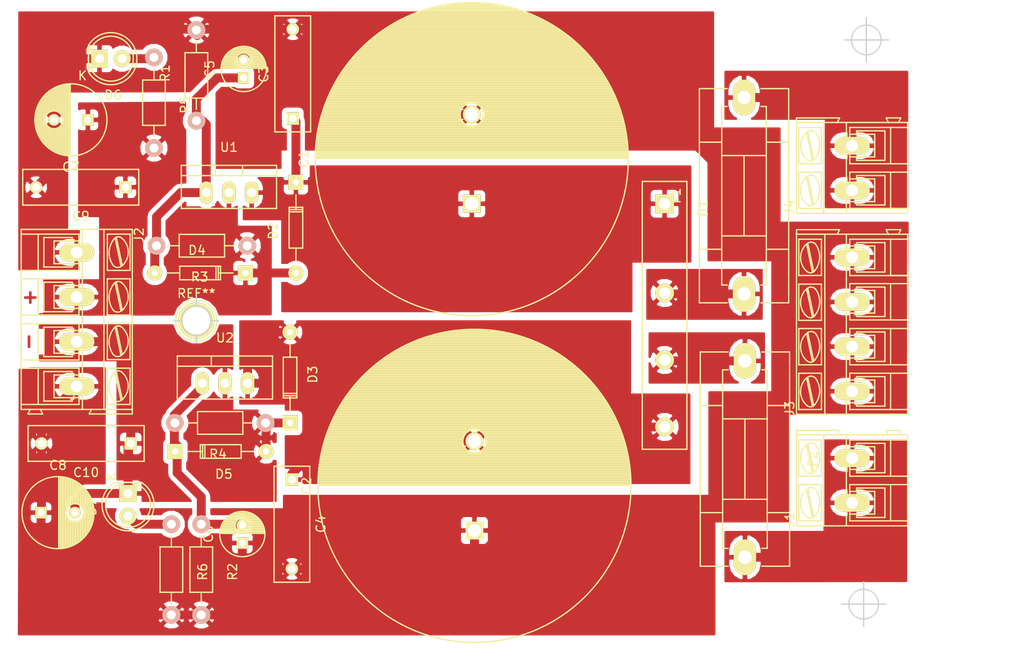
<source format=kicad_pcb>
(kicad_pcb (version 4) (host pcbnew 4.0.6)
  (layers (0 F.Cu signal) (31 B.Cu signal) (34 B.Paste user) (35 F.Paste user) (36 B.SilkS user) (37 F.SilkS user) (38 B.Mask user) (39 F.Mask user) (44 Edge.Cuts user))
  (net 0 "")
  (net 1 "Net-(C1-Pad1)")
  (net 2 Earth)
  (net 3 "Net-(C2-Pad2)")
  (net 4 "Net-(C5-Pad1)")
  (net 5 "Net-(C6-Pad2)")
  (net 6 "Net-(C7-Pad1)")
  (net 7 "Net-(C10-Pad1)")
  (net 8 "Net-(D1-Pad2)")
  (net 9 "Net-(D1-Pad3)")
  (net 10 AC)
  (net 11 "Net-(D6-Pad2)")
  (net 12 "Net-(D7-Pad2)")
  (module Resistors_ThroughHole:Resistor_Horizontal_RM10mm (layer F.Cu) (at 47.15 178.9 270)
    (fp_text reference R6 (at 5.32892 -3.50012 270) (layer F.SilkS))
    (fp_text value 4k7)
    (pad 1 thru_hole circle (at 0 0 270) (size 1.99898 1.99898) (drill 1.00076) (layers *.Cu *.SilkS *.Mask) (net 12 "Net-(D7-Pad2)"))
    (pad 2 thru_hole circle (at 10.16 0 270) (size 1.99898 1.99898) (drill 1.00076) (layers *.Cu *.SilkS *.Mask) (net 2 Earth))
  )
  (module Capacitors_ThroughHole:C_Radial_D35_L51_P10 (layer F.Cu) (at 80.8 143 90)
    (fp_text reference C1 (at 5 -18.8 90) (layer F.SilkS))
    (fp_text value 10000uF)
    (pad 1 thru_hole rect (at 0 0 90) (size 2 2) (drill 1.5) (layers *.Cu *.Mask F.SilkS) (net 1 "Net-(C1-Pad1)"))
    (pad 2 thru_hole circle (at 10 0 90) (size 2 2) (drill 1.5) (layers *.Cu *.Mask F.SilkS) (net 2 Earth))
  )
  (module Capacitors_ThroughHole:C_Radial_D35_L51_P10 (layer F.Cu) (at 81.1 179.6 90)
    (fp_text reference C2 (at 5 -18.8 90) (layer F.SilkS))
    (fp_text value 10000uF)
    (pad 1 thru_hole rect (at 0 0 90) (size 2 2) (drill 1.5) (layers *.Cu *.Mask F.SilkS) (net 2 Earth))
    (pad 2 thru_hole circle (at 10 0 90) (size 2 2) (drill 1.5) (layers *.Cu *.Mask F.SilkS) (net 3 "Net-(C2-Pad2)"))
  )
  (module Capacitors_ThroughHole:C_Radial_D5_L11_P2 (layer F.Cu) (at 55.25 128.9 90)
    (fp_text reference C5 (at 1 -3.8 90) (layer F.SilkS))
    (fp_text value 47uF)
    (pad 1 thru_hole rect (at 0 0 90) (size 1.3 1.3) (drill 0.8) (layers *.Cu *.Mask F.SilkS) (net 4 "Net-(C5-Pad1)"))
    (pad 2 thru_hole circle (at 2 0 90) (size 1.3 1.3) (drill 0.8) (layers *.Cu *.Mask F.SilkS) (net 2 Earth))
  )
  (module Capacitors_ThroughHole:C_Radial_D5_L11_P2 (layer F.Cu) (at 55.1 181 90)
    (fp_text reference C6 (at 1 -3.8 90) (layer F.SilkS))
    (fp_text value 47uF)
    (pad 1 thru_hole rect (at 0 0 90) (size 1.3 1.3) (drill 0.8) (layers *.Cu *.Mask F.SilkS) (net 2 Earth))
    (pad 2 thru_hole circle (at 2 0 90) (size 1.3 1.3) (drill 0.8) (layers *.Cu *.Mask F.SilkS) (net 5 "Net-(C6-Pad2)"))
  )
  (module Capacitors_ThroughHole:C_Radial_D8_L13_P3.8 (layer F.Cu) (at 37.8 133.6 180)
    (fp_text reference C7 (at 1.9 -5.3 180) (layer F.SilkS))
    (fp_text value 120uF)
    (pad 1 thru_hole rect (at 0 0 180) (size 1.3 1.3) (drill 0.8) (layers *.Cu *.Mask F.SilkS) (net 6 "Net-(C7-Pad1)"))
    (pad 2 thru_hole circle (at 3.8 0 180) (size 1.3 1.3) (drill 0.8) (layers *.Cu *.Mask F.SilkS) (net 2 Earth))
  )
  (module Capacitors_ThroughHole:C_Radial_D8_L13_P3.8 (layer F.Cu) (at 32.55 177.6)
    (fp_text reference C8 (at 1.9 -5.3) (layer F.SilkS))
    (fp_text value 120uF)
    (pad 1 thru_hole rect (at 0 0) (size 1.3 1.3) (drill 0.8) (layers *.Cu *.Mask F.SilkS) (net 2 Earth))
    (pad 2 thru_hole circle (at 3.8 0) (size 1.3 1.3) (drill 0.8) (layers *.Cu *.Mask F.SilkS) (net 7 "Net-(C10-Pad1)"))
  )
  (module GX:Diode_Bridge_30x8X10 (layer F.Cu) (at 102.4 153.9 270)
    (fp_text reference D1 (at -10.4 -4.3 270) (layer F.SilkS))
    (fp_text value D_Bridge_+AA-)
    (pad 1 thru_hole rect (at -10.9 0 270) (size 2.1 2.1) (drill 1.3) (layers *.Cu *.Mask F.SilkS) (net 1 "Net-(C1-Pad1)"))
    (pad 2 thru_hole circle (at -0.9 0 270) (size 2.1 2.1) (drill 1.3) (layers *.Cu *.Mask F.SilkS) (net 8 "Net-(D1-Pad2)"))
    (pad 4 thru_hole circle (at 14.1 0 270) (size 2.1 2.1) (drill 1.3) (layers *.Cu *.Mask F.SilkS) (net 3 "Net-(C2-Pad2)"))
    (pad 3 thru_hole circle (at 6.6 0 270) (size 2.1 2.1) (drill 1.3) (layers *.Cu *.Mask F.SilkS) (net 9 "Net-(D1-Pad3)"))
  )
  (module Diodes_ThroughHole:Diode_DO-35_SOD27_Horizontal_RM10 (layer F.Cu) (at 61.1 140.6 270)
    (fp_text reference D2 (at 5.43052 2.53746 270) (layer F.SilkS))
    (fp_text value 1N4007)
    (pad 2 thru_hole circle (at 10.16052 -0.00254 90) (size 1.69926 1.69926) (drill 0.70104) (layers *.Cu *.Mask F.SilkS) (net 6 "Net-(C7-Pad1)"))
    (pad 1 thru_hole rect (at 0.00052 -0.00254 90) (size 1.69926 1.69926) (drill 0.70104) (layers *.Cu *.Mask F.SilkS) (net 1 "Net-(C1-Pad1)"))
  )
  (module Diodes_ThroughHole:Diode_DO-35_SOD27_Horizontal_RM10 (layer F.Cu) (at 60.45 167.55 90)
    (fp_text reference D3 (at 5.43052 2.53746 90) (layer F.SilkS))
    (fp_text value 1N4007)
    (pad 2 thru_hole circle (at 10.16052 -0.00254 270) (size 1.69926 1.69926) (drill 0.70104) (layers *.Cu *.Mask F.SilkS) (net 3 "Net-(C2-Pad2)"))
    (pad 1 thru_hole rect (at 0.00052 -0.00254 270) (size 1.69926 1.69926) (drill 0.70104) (layers *.Cu *.Mask F.SilkS) (net 7 "Net-(C10-Pad1)"))
  )
  (module Diodes_ThroughHole:Diode_DO-35_SOD27_Horizontal_RM10 (layer F.Cu) (at 55.45 150.75 180)
    (fp_text reference D4 (at 5.43052 2.53746 180) (layer F.SilkS))
    (fp_text value 1N4007)
    (pad 2 thru_hole circle (at 10.16052 -0.00254) (size 1.69926 1.69926) (drill 0.70104) (layers *.Cu *.Mask F.SilkS) (net 4 "Net-(C5-Pad1)"))
    (pad 1 thru_hole rect (at 0.00052 -0.00254) (size 1.69926 1.69926) (drill 0.70104) (layers *.Cu *.Mask F.SilkS) (net 6 "Net-(C7-Pad1)"))
  )
  (module Diodes_ThroughHole:Diode_DO-35_SOD27_Horizontal_RM10 (layer F.Cu) (at 47.6 170.75)
    (fp_text reference D5 (at 5.43052 2.53746) (layer F.SilkS))
    (fp_text value 1N4007)
    (pad 2 thru_hole circle (at 10.16052 -0.00254 180) (size 1.69926 1.69926) (drill 0.70104) (layers *.Cu *.Mask F.SilkS) (net 7 "Net-(C10-Pad1)"))
    (pad 1 thru_hole rect (at 0.00052 -0.00254 180) (size 1.69926 1.69926) (drill 0.70104) (layers *.Cu *.Mask F.SilkS) (net 5 "Net-(C6-Pad2)"))
  )
  (module Fuse_Holders_and_Fuses:Fuseholder5x20_horiz_SemiClosed_Casing10x25mm (layer F.Cu) (at 111.3 142.1 90)
    (fp_text reference F1 (at 0 -7.62 90) (layer F.SilkS))
    (fp_text value Fuse)
    (pad 2 thru_hole oval (at 11.00074 0) (size 2.49936 4.0005) (drill 1.50114) (layers *.Cu *.Mask F.SilkS) (net 10 AC))
    (pad 1 thru_hole oval (at -11.00074 0) (size 2.49936 4.0005) (drill 1.50114) (layers *.Cu *.Mask F.SilkS) (net 8 "Net-(D1-Pad2)"))
  )
  (module Fuse_Holders_and_Fuses:Fuseholder5x20_horiz_SemiClosed_Casing10x25mm (layer F.Cu) (at 111.4 171.6 270)
    (fp_text reference F2 (at 0 -7.62 270) (layer F.SilkS))
    (fp_text value Fuse)
    (pad 2 thru_hole oval (at 11.00074 0 180) (size 2.49936 4.0005) (drill 1.50114) (layers *.Cu *.Mask F.SilkS) (net 10 AC))
    (pad 1 thru_hole oval (at -11.00074 0 180) (size 2.49936 4.0005) (drill 1.50114) (layers *.Cu *.Mask F.SilkS) (net 9 "Net-(D1-Pad3)"))
  )
  (module Connect:AK300-2 (layer F.Cu) (at 123.4 176.5 90)
    (fp_text reference J1 (at -1.92 -6.985 90) (layer F.SilkS))
    (fp_text value CONN_01X02)
    (pad 1 thru_hole oval (at 0 0 90) (size 1.9812 3.9624) (drill 1.3208) (layers *.Cu F.Paste F.SilkS F.Mask) (net 10 AC))
    (pad 2 thru_hole oval (at 5 0 90) (size 1.9812 3.9624) (drill 1.3208) (layers *.Cu F.Paste F.SilkS F.Mask) (net 10 AC))
  )
  (module Connect:AK300-4 (layer F.Cu) (at 36.55 148.45 270)
    (fp_text reference J2 (at -1.945 -6.985 270) (layer F.SilkS))
    (fp_text value CONN_01X04)
    (pad 1 thru_hole oval (at 0 0 270) (size 1.9812 3.9624) (drill 1.3208) (layers *.Cu F.Paste F.SilkS F.Mask) (net 2 Earth))
    (pad 2 thru_hole oval (at 5 0 270) (size 1.9812 3.9624) (drill 1.3208) (layers *.Cu F.Paste F.SilkS F.Mask) (net 6 "Net-(C7-Pad1)"))
    (pad 4 thru_hole oval (at 15 0 270) (size 1.9812 3.9624) (drill 1.3208) (layers *.Cu F.Paste F.SilkS F.Mask) (net 2 Earth))
    (pad 3 thru_hole oval (at 10 0 270) (size 1.9812 3.9624) (drill 1.3208) (layers *.Cu *.Mask F.SilkS) (net 7 "Net-(C10-Pad1)"))
  )
  (module Connect:AK300-4 (layer F.Cu) (at 123.4 164 90)
    (fp_text reference J3 (at -1.945 -6.985 90) (layer F.SilkS))
    (fp_text value CONN_01X04)
    (pad 1 thru_hole oval (at 0 0 90) (size 1.9812 3.9624) (drill 1.3208) (layers *.Cu F.Paste F.SilkS F.Mask) (net 2 Earth))
    (pad 2 thru_hole oval (at 5 0 90) (size 1.9812 3.9624) (drill 1.3208) (layers *.Cu F.Paste F.SilkS F.Mask) (net 2 Earth))
    (pad 4 thru_hole oval (at 15 0 90) (size 1.9812 3.9624) (drill 1.3208) (layers *.Cu F.Paste F.SilkS F.Mask) (net 2 Earth))
    (pad 3 thru_hole oval (at 10 0 90) (size 1.9812 3.9624) (drill 1.3208) (layers *.Cu *.Mask F.SilkS) (net 2 Earth))
  )
  (module Connect:AK300-2 (layer F.Cu) (at 123.4 141.5 90)
    (fp_text reference J4 (at -1.92 -6.985 90) (layer F.SilkS))
    (fp_text value CONN_01X02)
    (pad 1 thru_hole oval (at 0 0 90) (size 1.9812 3.9624) (drill 1.3208) (layers *.Cu F.Paste F.SilkS F.Mask) (net 10 AC))
    (pad 2 thru_hole oval (at 5 0 90) (size 1.9812 3.9624) (drill 1.3208) (layers *.Cu F.Paste F.SilkS F.Mask) (net 10 AC))
  )
  (module Capacitors_ThroughHole:C_Rect_L13_W4_P10 (layer F.Cu) (at 42 141.15 180)
    (fp_text reference C9 (at 5 -3.25 180) (layer F.SilkS))
    (fp_text value 100nF)
    (pad 1 thru_hole rect (at 0 0 180) (size 1.4 1.4) (drill 0.9) (layers *.Cu *.Mask F.SilkS) (net 6 "Net-(C7-Pad1)"))
    (pad 2 thru_hole circle (at 10 0 180) (size 1.4 1.4) (drill 0.9) (layers *.Cu *.Mask F.SilkS) (net 2 Earth))
  )
  (module Capacitors_ThroughHole:C_Rect_L13_W4_P10 (layer F.Cu) (at 60.75 133.45 90)
    (fp_text reference C3 (at 5 -3.25 90) (layer F.SilkS))
    (fp_text value 100nF)
    (pad 1 thru_hole rect (at 0 0 90) (size 1.4 1.4) (drill 0.9) (layers *.Cu *.Mask F.SilkS) (net 1 "Net-(C1-Pad1)"))
    (pad 2 thru_hole circle (at 10 0 90) (size 1.4 1.4) (drill 0.9) (layers *.Cu *.Mask F.SilkS) (net 2 Earth))
  )
  (module Capacitors_ThroughHole:C_Rect_L13_W4_P10 (layer F.Cu) (at 60.65 173.9 270)
    (fp_text reference C4 (at 5 -3.25 270) (layer F.SilkS))
    (fp_text value 100nF)
    (pad 1 thru_hole rect (at 0 0 270) (size 1.4 1.4) (drill 0.9) (layers *.Cu *.Mask F.SilkS) (net 3 "Net-(C2-Pad2)"))
    (pad 2 thru_hole circle (at 10 0 270) (size 1.4 1.4) (drill 0.9) (layers *.Cu *.Mask F.SilkS) (net 2 Earth))
  )
  (module Resistors_ThroughHole:Resistor_Horizontal_RM10mm (layer F.Cu) (at 49.95 133.7 90)
    (fp_text reference R1 (at 5.32892 -3.50012 90) (layer F.SilkS))
    (fp_text value 4k7)
    (pad 1 thru_hole circle (at 0 0 90) (size 1.99898 1.99898) (drill 1.00076) (layers *.Cu *.SilkS *.Mask) (net 4 "Net-(C5-Pad1)"))
    (pad 2 thru_hole circle (at 10.16 0 90) (size 1.99898 1.99898) (drill 1.00076) (layers *.Cu *.SilkS *.Mask) (net 2 Earth))
  )
  (module Resistors_ThroughHole:Resistor_Horizontal_RM10mm (layer F.Cu) (at 55.65 147.7 180)
    (fp_text reference R3 (at 5.32892 -3.50012 180) (layer F.SilkS))
    (fp_text value 200)
    (pad 1 thru_hole circle (at 0 0 180) (size 1.99898 1.99898) (drill 1.00076) (layers *.Cu *.SilkS *.Mask) (net 6 "Net-(C7-Pad1)"))
    (pad 2 thru_hole circle (at 10.16 0 180) (size 1.99898 1.99898) (drill 1.00076) (layers *.Cu *.SilkS *.Mask) (net 4 "Net-(C5-Pad1)"))
  )
  (module Resistors_ThroughHole:Resistor_Horizontal_RM10mm (layer F.Cu) (at 57.7 167.55 180)
    (fp_text reference R4 (at 5.32892 -3.50012 180) (layer F.SilkS))
    (fp_text value 200)
    (pad 1 thru_hole circle (at 0 0 180) (size 1.99898 1.99898) (drill 1.00076) (layers *.Cu *.SilkS *.Mask) (net 7 "Net-(C10-Pad1)"))
    (pad 2 thru_hole circle (at 10.16 0 180) (size 1.99898 1.99898) (drill 1.00076) (layers *.Cu *.SilkS *.Mask) (net 5 "Net-(C6-Pad2)"))
  )
  (module Resistors_ThroughHole:Resistor_Horizontal_RM10mm (layer F.Cu) (at 50.5 178.9 270)
    (fp_text reference R2 (at 5.32892 -3.50012 270) (layer F.SilkS))
    (fp_text value 4k7)
    (pad 1 thru_hole circle (at 0 0 270) (size 1.99898 1.99898) (drill 1.00076) (layers *.Cu *.SilkS *.Mask) (net 5 "Net-(C6-Pad2)"))
    (pad 2 thru_hole circle (at 10.16 0 270) (size 1.99898 1.99898) (drill 1.00076) (layers *.Cu *.SilkS *.Mask) (net 2 Earth))
  )
  (module TO_SOT_Packages_THT:TO-220_Neutral123_Vertical (layer F.Cu) (at 53.15 163.1)
    (fp_text reference U2 (at 0 -5.08) (layer F.SilkS))
    (fp_text value LM317_SOT223)
    (pad 2 thru_hole oval (at 0 0 90) (size 2.49936 1.50114) (drill 1.00076) (layers *.Cu *.Mask F.SilkS) (net 7 "Net-(C10-Pad1)"))
    (pad 1 thru_hole oval (at -2.54 0 90) (size 2.49936 1.50114) (drill 1.00076) (layers *.Cu *.Mask F.SilkS) (net 5 "Net-(C6-Pad2)"))
    (pad 3 thru_hole oval (at 2.54 0 90) (size 2.49936 1.50114) (drill 1.00076) (layers *.Cu *.Mask F.SilkS) (net 3 "Net-(C2-Pad2)"))
  )
  (module TO_SOT_Packages_THT:TO-220_Neutral123_Vertical (layer F.Cu) (at 53.6 141.75)
    (fp_text reference U1 (at 0 -5.08) (layer F.SilkS))
    (fp_text value LM317_SOT223)
    (pad 2 thru_hole oval (at 0 0 90) (size 2.49936 1.50114) (drill 1.00076) (layers *.Cu *.Mask F.SilkS) (net 6 "Net-(C7-Pad1)"))
    (pad 1 thru_hole oval (at -2.54 0 90) (size 2.49936 1.50114) (drill 1.00076) (layers *.Cu *.Mask F.SilkS) (net 4 "Net-(C5-Pad1)"))
    (pad 3 thru_hole oval (at 2.54 0 90) (size 2.49936 1.50114) (drill 1.00076) (layers *.Cu *.Mask F.SilkS) (net 1 "Net-(C1-Pad1)"))
  )
  (module LEDs:LED-5MM (layer F.Cu) (at 39.1 126.75)
    (fp_text reference D6 (at 1.524 4.064) (layer F.SilkS))
    (fp_text value LED)
    (fp_text user K (at -1.905 1.905) (layer F.SilkS))
    (pad 1 thru_hole rect (at 0 0 90) (size 2 1.9) (drill 1.00076) (layers *.Cu *.Mask F.SilkS) (net 2 Earth))
    (pad 2 thru_hole circle (at 2.54 0) (size 1.9 1.9) (drill 1.00076) (layers *.Cu *.Mask F.SilkS) (net 11 "Net-(D6-Pad2)"))
  )
  (module LEDs:LED-5MM (layer F.Cu) (at 42.3 175.45 270)
    (fp_text reference D7 (at 1.524 4.064 270) (layer F.SilkS))
    (fp_text value LED)
    (fp_text user K (at -1.905 1.905 270) (layer F.SilkS))
    (pad 1 thru_hole rect (at 0 0) (size 2 1.9) (drill 1.00076) (layers *.Cu *.Mask F.SilkS) (net 7 "Net-(C10-Pad1)"))
    (pad 2 thru_hole circle (at 2.54 0 270) (size 1.9 1.9) (drill 1.00076) (layers *.Cu *.Mask F.SilkS) (net 12 "Net-(D7-Pad2)"))
  )
  (module Resistors_ThroughHole:Resistor_Horizontal_RM10mm (layer F.Cu) (at 45.2 126.6 270)
    (fp_text reference R5 (at 5.32892 -3.50012 270) (layer F.SilkS))
    (fp_text value 4k7)
    (pad 1 thru_hole circle (at 0 0 270) (size 1.99898 1.99898) (drill 1.00076) (layers *.Cu *.SilkS *.Mask) (net 11 "Net-(D6-Pad2)"))
    (pad 2 thru_hole circle (at 10.16 0 270) (size 1.99898 1.99898) (drill 1.00076) (layers *.Cu *.SilkS *.Mask) (net 6 "Net-(C7-Pad1)"))
  )
  (module Capacitors_ThroughHole:C_Rect_L13_W4_P10 (layer F.Cu) (at 42.6 169.85 180)
    (fp_text reference C10 (at 5 -3.25 180) (layer F.SilkS))
    (fp_text value 100nF)
    (pad 1 thru_hole rect (at 0 0 180) (size 1.4 1.4) (drill 0.9) (layers *.Cu *.Mask F.SilkS) (net 7 "Net-(C10-Pad1)"))
    (pad 2 thru_hole circle (at 10 0 180) (size 1.4 1.4) (drill 0.9) (layers *.Cu *.Mask F.SilkS) (net 2 Earth))
  )
  (module Connect:1pin (layer F.Cu) (at 49.95 156.1)
    (fp_text reference REF** (at 0 -3.048) (layer F.SilkS))
    (fp_text value 1pin)
    (pad 1 thru_hole circle (at 0 0) (size 4.064 4.064) (drill 3.048) (layers *.Cu *.Mask F.SilkS))
  )
  (gr_text - (at 31.1 158.45 90) (layer F.Cu) (effects (font (size 1.5 1.5) (thickness 0.3))))
  (gr_text + (at 31.35 153.4) (layer F.Cu) (effects (font (size 1.5 1.5) (thickness 0.3))))
  (target plus (at 49.95 156.1) (size 5) (width 0.15) (layer Edge.Cuts))
  (target plus (at 124.7 187.85) (size 5) (width 0.15) (layer Edge.Cuts))
  (target plus (at 125 124.65) (size 5) (width 0.15) (layer Edge.Cuts))
  (segment (start 61.10254 140.60052) (end 61.10254 133.80254) (width 1) (layer F.Cu) (net 1))
  (segment (start 61.10254 133.80254) (end 60.75 133.45) (width 1) (layer F.Cu) (net 1))
  (segment (start 47.15 189.06) (end 34.06 189.06) (width 1) (layer F.Cu) (net 2))
  (segment (start 32.55 187.55) (end 32.55 177.6) (width 1) (layer F.Cu) (net 2))
  (segment (start 34.06 189.06) (end 32.55 187.55) (width 1) (layer F.Cu) (net 2))
  (segment (start 32.55 177.6) (end 32.6 177.55) (width 1) (layer F.Cu) (net 2))
  (segment (start 32.6 177.55) (end 32.6 167.4) (width 1) (layer F.Cu) (net 2))
  (segment (start 32.6 167.4) (end 36.55 163.45) (width 1) (layer F.Cu) (net 2))
  (segment (start 50.5 189.06) (end 47.15 189.06) (width 1) (layer F.Cu) (net 2))
  (segment (start 60.65 183.9) (end 59.05 183.9) (width 1) (layer F.Cu) (net 2))
  (segment (start 59.05 183.9) (end 55.1 187.85) (width 1) (layer F.Cu) (net 2))
  (segment (start 50.5 189.06) (end 53.89 189.06) (width 1) (layer F.Cu) (net 2))
  (segment (start 53.89 189.06) (end 55.1 187.85) (width 1) (layer F.Cu) (net 2))
  (segment (start 55.1 187.85) (end 55.1 181) (width 1) (layer F.Cu) (net 2))
  (segment (start 60.65 183.9) (end 78.65 183.9) (width 1) (layer F.Cu) (net 2))
  (segment (start 81.1 181.45) (end 81.1 179.6) (width 1) (layer F.Cu) (net 2))
  (segment (start 78.65 183.9) (end 81.1 181.45) (width 1) (layer F.Cu) (net 2))
  (segment (start 55.25 126.9) (end 55.25 124.55) (width 1) (layer F.Cu) (net 2))
  (segment (start 55.25 124.55) (end 56.35 123.45) (width 1) (layer F.Cu) (net 2))
  (segment (start 32 141.15) (end 34 139.15) (width 1) (layer F.Cu) (net 2))
  (segment (start 34 139.15) (end 34 137.85) (width 1) (layer F.Cu) (net 2))
  (segment (start 34 137.85) (end 34.25 137.6) (width 1) (layer F.Cu) (net 2))
  (segment (start 34.25 137.6) (end 34 137.6) (width 1) (layer F.Cu) (net 2))
  (segment (start 50.05 124.15) (end 50.75 123.45) (width 1) (layer F.Cu) (net 2))
  (segment (start 39.1 126.75) (end 35.3 126.75) (width 1) (layer F.Cu) (net 2))
  (segment (start 35.3 126.75) (end 34 125.45) (width 1) (layer F.Cu) (net 2))
  (segment (start 60.75 123.45) (end 56.35 123.45) (width 1) (layer F.Cu) (net 2))
  (segment (start 56.35 123.45) (end 53.25 123.45) (width 1) (layer F.Cu) (net 2))
  (segment (start 53.25 123.45) (end 50.75 123.45) (width 1) (layer F.Cu) (net 2))
  (segment (start 50.75 123.45) (end 44.25 123.45) (width 1) (layer F.Cu) (net 2))
  (segment (start 44.25 123.45) (end 35.2 123.45) (width 1) (layer F.Cu) (net 2))
  (segment (start 34 124.65) (end 34 125.45) (width 1) (layer F.Cu) (net 2))
  (segment (start 34 125.45) (end 34 137.6) (width 1) (layer F.Cu) (net 2))
  (segment (start 34 137.6) (end 34 139.15) (width 1) (layer F.Cu) (net 2))
  (segment (start 35.2 123.45) (end 34 124.65) (width 1) (layer F.Cu) (net 2))
  (segment (start 80.8 133) (end 78.35 133) (width 1) (layer F.Cu) (net 2))
  (segment (start 68.8 123.45) (end 60.75 123.45) (width 1) (layer F.Cu) (net 2))
  (segment (start 78.35 133) (end 68.8 123.45) (width 1) (layer F.Cu) (net 2))
  (segment (start 55.69 163.1) (end 55.69 160.11) (width 1) (layer F.Cu) (net 3))
  (segment (start 58.41052 157.38948) (end 60.44746 157.38948) (width 1) (layer F.Cu) (net 3))
  (segment (start 55.69 160.11) (end 58.41052 157.38948) (width 1) (layer F.Cu) (net 3))
  (segment (start 60.65 173.9) (end 60.65 173.25) (width 1) (layer F.Cu) (net 3))
  (segment (start 60.65 173.25) (end 64.3 169.6) (width 1) (layer F.Cu) (net 3))
  (segment (start 64.3 169.6) (end 81.1 169.6) (width 1) (layer F.Cu) (net 3))
  (segment (start 55.69 163.1) (end 60.93694 163.1) (width 1) (layer F.Cu) (net 3))
  (segment (start 60.93694 163.1) (end 60.94746 163.08948) (width 1) (layer F.Cu) (net 3))
  (segment (start 60.94746 163.08948) (end 74.58948 163.08948) (width 1) (layer F.Cu) (net 3))
  (segment (start 74.58948 163.08948) (end 81.1 169.6) (width 1) (layer F.Cu) (net 3))
  (segment (start 102.4 168) (end 82.7 168) (width 1) (layer F.Cu) (net 3))
  (segment (start 82.7 168) (end 81.1 169.6) (width 1) (layer F.Cu) (net 3))
  (segment (start 49.95 133.7) (end 49.95 131.25) (width 1) (layer F.Cu) (net 4))
  (segment (start 52.3 128.9) (end 55.25 128.9) (width 1) (layer F.Cu) (net 4))
  (segment (start 49.95 131.25) (end 52.3 128.9) (width 1) (layer F.Cu) (net 4))
  (segment (start 51.06 141.75) (end 51.06 134.11) (width 1) (layer F.Cu) (net 4))
  (segment (start 51.06 134.11) (end 50.65 133.7) (width 1) (layer F.Cu) (net 4))
  (segment (start 50.65 133.7) (end 49.95 133.7) (width 1) (layer F.Cu) (net 4))
  (segment (start 45.28948 150.75254) (end 45.28948 147.90052) (width 1) (layer F.Cu) (net 4))
  (segment (start 45.28948 147.90052) (end 45.49 147.7) (width 1) (layer F.Cu) (net 4))
  (segment (start 45.49 147.7) (end 45.49 144.46) (width 1) (layer F.Cu) (net 4))
  (segment (start 48.2 141.75) (end 51.06 141.75) (width 1) (layer F.Cu) (net 4))
  (segment (start 45.49 144.46) (end 48.2 141.75) (width 1) (layer F.Cu) (net 4))
  (segment (start 50.5 178.9) (end 55 178.9) (width 1) (layer F.Cu) (net 5))
  (segment (start 55 178.9) (end 55.1 179) (width 1) (layer F.Cu) (net 5))
  (segment (start 50.61 163.1) (end 50.61 163.54) (width 1) (layer F.Cu) (net 5))
  (segment (start 50.61 163.54) (end 47.49 166.66) (width 1) (layer F.Cu) (net 5))
  (segment (start 47.49 166.66) (end 47.49 169.8) (width 1) (layer F.Cu) (net 5))
  (segment (start 47.49 169.8) (end 47.80052 170.11052) (width 1) (layer F.Cu) (net 5))
  (segment (start 47.80052 170.11052) (end 47.80052 173.14746) (width 1) (layer F.Cu) (net 5))
  (segment (start 47.80052 173.14746) (end 50.5 175.84694) (width 1) (layer F.Cu) (net 5))
  (segment (start 50.5 175.84694) (end 50.5 178.9) (width 1) (layer F.Cu) (net 5))
  (segment (start 55.44948 150.75254) (end 61.09456 150.75254) (width 1) (layer F.Cu) (net 6))
  (segment (start 61.09456 150.75254) (end 61.10254 150.76052) (width 1) (layer F.Cu) (net 6))
  (segment (start 36.35 177.6) (end 36.35 176.6) (width 1) (layer F.Cu) (net 7))
  (segment (start 37.5 175.45) (end 42.3 175.45) (width 1) (layer F.Cu) (net 7))
  (segment (start 36.35 176.6) (end 37.5 175.45) (width 1) (layer F.Cu) (net 7))
  (segment (start 57.7 167.55) (end 60.44694 167.55) (width 1) (layer F.Cu) (net 7))
  (segment (start 60.44694 167.55) (end 60.44746 167.54948) (width 1) (layer F.Cu) (net 7))
  (segment (start 57.76052 170.74746) (end 57.76052 167.61052) (width 1) (layer F.Cu) (net 7))
  (segment (start 57.76052 167.61052) (end 57.7 167.55) (width 1) (layer F.Cu) (net 7))
  (segment (start 42.3 175.45) (end 42.3 170.15) (width 1) (layer F.Cu) (net 7))
  (segment (start 42.3 170.15) (end 42.6 169.85) (width 1) (layer F.Cu) (net 7))
  (segment (start 42.6 169.85) (end 42.6 159.35) (width 1) (layer F.Cu) (net 7))
  (segment (start 42.6 159.35) (end 43.5 158.45) (width 1) (layer F.Cu) (net 7))
  (segment (start 36.55 158.45) (end 43.5 158.45) (width 1) (layer F.Cu) (net 7))
  (segment (start 111.3 153.10074) (end 102.50074 153.10074) (width 1) (layer F.Cu) (net 8))
  (segment (start 102.50074 153.10074) (end 102.4 153) (width 1) (layer F.Cu) (net 8))
  (segment (start 111.4 160.59926) (end 102.49926 160.59926) (width 1) (layer F.Cu) (net 9))
  (segment (start 102.49926 160.59926) (end 102.4 160.5) (width 1) (layer F.Cu) (net 9))
  (segment (start 111.4 182.60074) (end 119.09926 182.60074) (width 1) (layer F.Cu) (net 10))
  (segment (start 123.4 178.3) (end 123.4 176.5) (width 1) (layer F.Cu) (net 10))
  (segment (start 119.09926 182.60074) (end 123.4 178.3) (width 1) (layer F.Cu) (net 10))
  (segment (start 123.4 136.5) (end 123.4 134.4) (width 1) (layer F.Cu) (net 10))
  (segment (start 120.09926 131.09926) (end 111.3 131.09926) (width 1) (layer F.Cu) (net 10))
  (segment (start 123.4 134.4) (end 120.09926 131.09926) (width 1) (layer F.Cu) (net 10))
  (segment (start 123.4 141.5) (end 123.4 136.5) (width 1) (layer F.Cu) (net 10))
  (segment (start 123.4 171.5) (end 123.4 176.5) (width 1) (layer F.Cu) (net 10))
  (segment (start 41.64 126.75) (end 45.05 126.75) (width 1) (layer F.Cu) (net 11))
  (segment (start 45.05 126.75) (end 45.2 126.6) (width 1) (layer F.Cu) (net 11))
  (segment (start 47.15 178.9) (end 43.21 178.9) (width 1) (layer F.Cu) (net 12))
  (segment (start 43.21 178.9) (end 42.3 177.99) (width 1) (layer F.Cu) (net 12))
  (zone (net 1) (net_name "Net-(C1-Pad1)") (layer F.Cu) (connect_pads (clearance 0.508)) (min_thickness 0.254) (fill yes (arc_segments 16) (thermal_gap 0.508) (thermal_bridge_width 0.508))
    (polygon (pts (xy 105.4 149.6) (xy 98.8 149.6) (xy 98.8 155.15) (xy 59.45 155.15) (xy 59.45 144.85) (xy 55.15 144.85) (xy 55.15 140) (xy 62.65 140) (xy 62.65 138.7) (xy 93.45 138.7) (xy 105.4 138.7)))
  )
  (zone (net 6) (net_name "Net-(C7-Pad1)") (layer F.Cu) (connect_pads (clearance 0.508)) (min_thickness 0.254) (fill yes (arc_segments 16) (thermal_gap 0.508) (thermal_bridge_width 0.508))
    (polygon (pts (xy 58.4 155.5) (xy 32.3 155.55) (xy 32.3 151.45) (xy 39.05 151.45) (xy 39.05 144.5) (xy 36.7 144.5) (xy 36.7 131.65) (xy 48.8 131.55) (xy 48.85 143.3) (xy 52.05 143.25) (xy 52.05 140.05) (xy 54.6 140.05) (xy 54.6 145.45) (xy 58.4 145.45) (xy 58.4 155.1)))
  )
  (zone (net 2) (net_name Earth) (layer F.Cu) (connect_pads (clearance 0.508)) (min_thickness 0.254) (fill yes (arc_segments 16) (thermal_gap 0.508) (thermal_bridge_width 0.508))
    (polygon (pts (xy 107.95 134.45) (xy 115.4 134.45) (xy 115.4 145) (xy 129.75 145) (xy 129.65 166.55) (xy 127.75 166.55) (xy 116.35 166.65) (xy 116.4 178.7) (xy 108.1 178.7) (xy 108.1 191.35) (xy 29.95 191.35) (xy 30.05 161.5) (xy 31.386758 161.3) (xy 39.8 161.3) (xy 39.8 177.1) (xy 59.65 177.1) (xy 59.65 175.6) (xy 107.3 175.6) (xy 107.3 164) (xy 114.35 164) (xy 114.35 149.45) (xy 107.2 149.45) (xy 107.2 138.4) (xy 105.85 137.05) (xy 59.5 137.05) (xy 59.5 139.1) (xy 52.1 139.1) (xy 52.1 130.5) (xy 35.6 130.55) (xy 35.6 145.9) (xy 36.9 145.85) (xy 36.9 150.45) (xy 31.3 150.45) (xy 31.3 150.55) (xy 30 150.45) (xy 30 121.45) (xy 107.95 121.45)))
  )
  (zone (net 10) (net_name AC) (layer F.Cu) (connect_pads (clearance 0.508)) (min_thickness 0.254) (fill yes (arc_segments 16) (thermal_gap 0.508) (thermal_bridge_width 0.508))
    (polygon (pts (xy 129.7 143.5) (xy 129.7 128.1) (xy 109.1 128.1) (xy 109.1 133.6) (xy 120.35 133.6) (xy 120.35 143.5) (xy 127.7 143.5) (xy 127.7 143.45)))
  )
  (zone (net 8) (net_name "Net-(D1-Pad2)") (layer F.Cu) (connect_pads (clearance 0.508)) (min_thickness 0.254) (fill yes (arc_segments 16) (thermal_gap 0.508) (thermal_bridge_width 0.508))
    (polygon (pts (xy 113.4 156) (xy 100.35 156) (xy 100.35 151.5) (xy 100.35 150.3) (xy 113.4 150.3)))
  )
  (zone (net 10) (net_name AC) (layer F.Cu) (connect_pads (clearance 0.508)) (min_thickness 0.254) (fill yes (arc_segments 16) (thermal_gap 0.508) (thermal_bridge_width 0.508))
    (polygon (pts (xy 129.575 185.375) (xy 109.1 185.4) (xy 109.1 179.65) (xy 120.2 179.65) (xy 120.2 169.4) (xy 129.575 169.375)))
  )
  (zone (net 9) (net_name "Net-(D1-Pad3)") (layer F.Cu) (connect_pads (clearance 0.508)) (min_thickness 0.254) (fill yes (arc_segments 16) (thermal_gap 0.508) (thermal_bridge_width 0.508))
    (polygon (pts (xy 113.65 163.15) (xy 100.6 163.15) (xy 100.6 157.4) (xy 113.65 157.4)))
  )
  (zone (net 3) (net_name "Net-(C2-Pad2)") (layer F.Cu) (connect_pads (clearance 0.508)) (min_thickness 0.254) (fill yes (arc_segments 16) (thermal_gap 0.508) (thermal_bridge_width 0.508))
    (polygon (pts (xy 105.3 174.4) (xy 59.85 174.4) (xy 59.85 165.5) (xy 54.75 165.5) (xy 54.75 156.05) (xy 98.65 156.05) (xy 98.65 164.25) (xy 105.3 164.25)))
  )
  (zone (net 7) (net_name "Net-(C10-Pad1)") (layer F.Cu) (connect_pads (clearance 0.508)) (min_thickness 0.254) (fill yes (arc_segments 16) (thermal_gap 0.508) (thermal_bridge_width 0.508))
    (polygon (pts (xy 54.1 166.05) (xy 58.95 166.05) (xy 58.95 176.4) (xy 41 176.4) (xy 41 160.65) (xy 32.3 160.65) (xy 32.3 156.5) (xy 54.1 156.5)))
  )
)
</source>
